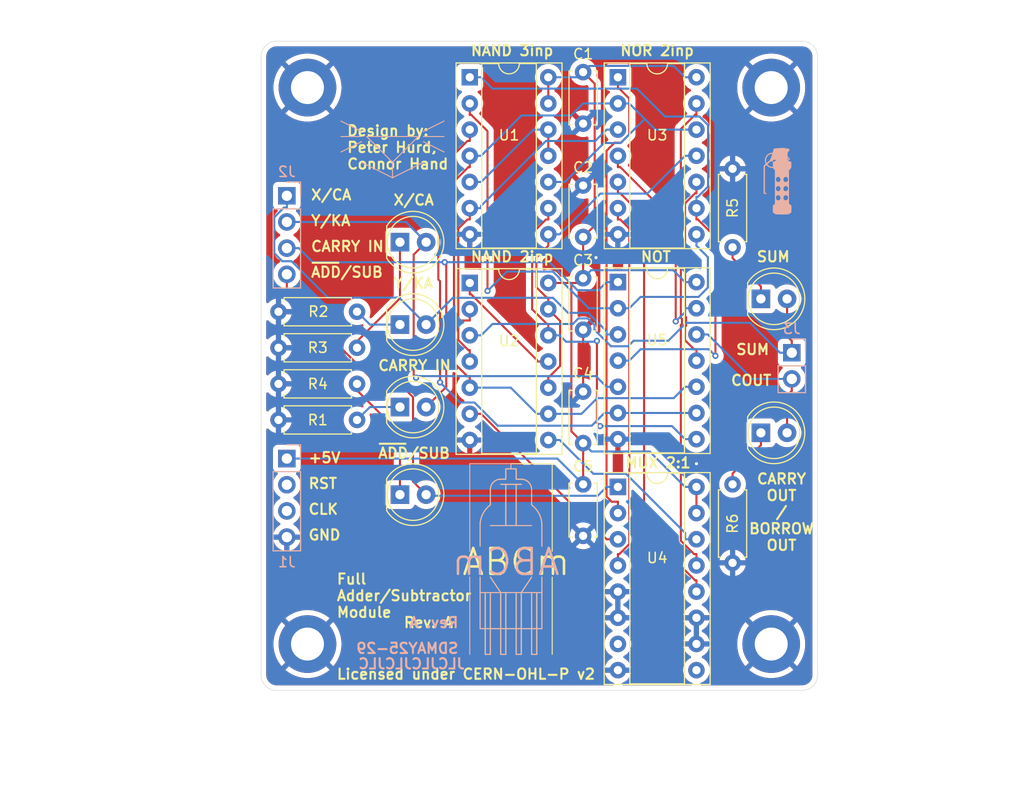
<source format=kicad_pcb>
(kicad_pcb (version 20240108) (generator "pcbnew") (generator_version "8.0")
  (layers (0 "F.Cu" signal) (31 "B.Cu" signal) (34 "B.Paste" user) (35 "F.Paste" user) (36 "B.SilkS" user "B.Silkscreen") (37 "F.SilkS" user "F.Silkscreen") (38 "B.Mask" user) (39 "F.Mask" user) (44 "Edge.Cuts" user))
  (net 0 "")
  (net 1 "Net-(U1-1A)")
  (net 2 "Net-(U1-1B)")
  (net 3 "Net-(U1-2B)")
  (net 4 "Net-(U1-3A)")
  (net 5 "Net-(U1-1Y)")
  (net 6 "+5V")
  (net 7 "Net-(U1-2Y)")
  (net 8 "Net-(U1-3Y)")
  (net 9 "Net-(U1-2A)")
  (net 10 "Net-(U2-1A)")
  (net 11 "Net-(U2-3Y)")
  (net 12 "Net-(U2-2Y)")
  (net 13 "Net-(U3-3Y)")
  (net 14 "Net-(U3-1Y)")
  (net 15 "Net-(U3-2Y)")
  (net 16 "Net-(U3-4Y)")
  (net 17 "Net-(U3-2B)")
  (net 18 "Net-(U3-2A)")
  (net 21 "GND")
  (net 22 "CARRY")
  (net 23 "KA")
  (net 24 "CA")
  (net 25 "ADD{slash}SUB")
  (net 26 "SUM")
  (net 27 "COUT")
  (net 28 "CLK")
  (net 29 "RST")
  (net 30 "Net-(D1-K)")
  (net 31 "Net-(D2-K)")
  (net 32 "Net-(D3-K)")
  (net 33 "Net-(D4-K)")
  (net 34 "Net-(D5-K)")
  (net 35 "Net-(D6-K)")
  (footprint "MountingHole:MountingHole_3.2mm_M3_DIN965_Pad" (layer "F.Cu") (at 100.25 121)
    (property "Reference" "H3" (hide yes))
    (property "Value" "MountingHole_Pad")
  )
  (footprint "Resistor_THT:R_Axial_DIN0207_L6.3mm_D2.5mm_P7.62mm_Horizontal" (layer "F.Cu") (at 105.06 88.75 180)
    (property "Reference" "R2")
    (property "Value" "330")
  )
  (footprint "MountingHole:MountingHole_3.2mm_M3_DIN965_Pad" (layer "F.Cu") (at 145.25 121)
    (property "Reference" "H4" (hide yes))
    (property "Value" "MountingHole_Pad")
  )
  (footprint "0_add_sub:logo" (layer "F.Cu") (at 120 112)
    (property "Reference" "Logo1" (hide yes))
    (property "Value" "logo")
  )
  (footprint "Capacitor_THT:C_Disc_D5.0mm_W2.5mm_P5.00mm" (layer "F.Cu") (at 127 101.5 90)
    (property "Reference" "C4")
    (property "Value" "0.1 uF")
  )
  (footprint "Resistor_THT:R_Axial_DIN0207_L6.3mm_D2.5mm_P7.62mm_Horizontal" (layer "F.Cu") (at 105.06 95.75 180)
    (property "Reference" "R4")
    (property "Value" "330")
  )
  (footprint "Resistor_THT:R_Axial_DIN0207_L6.3mm_D2.5mm_P7.62mm_Horizontal" (layer "F.Cu") (at 105.06 92.25 180)
    (property "Reference" "R3")
    (property "Value" "330")
  )
  (footprint "Resistor_THT:R_Axial_DIN0207_L6.3mm_D2.5mm_P7.62mm_Horizontal" (layer "F.Cu") (at 141.5 82.5 90)
    (property "Reference" "R5")
    (property "Value" "330")
  )
  (footprint "Package_DIP:DIP-16_W7.62mm_Socket" (layer "F.Cu") (at 130.375 105.75)
    (property "Reference" "U4")
    (property "Value" "IC-16P")
  )
  (footprint "MountingHole:MountingHole_3.2mm_M3_DIN965_Pad" (layer "F.Cu") (at 100.25 67)
    (property "Reference" "H1" (hide yes))
    (property "Value" "MountingHole_Pad")
  )
  (footprint "Capacitor_THT:C_Disc_D5.0mm_W2.5mm_P5.00mm" (layer "F.Cu") (at 127 81.5 90)
    (property "Reference" "C2")
    (property "Value" "0.1 uF")
  )
  (footprint "LED_THT:LED_D5.0mm" (layer "F.Cu") (at 109.225 82)
    (property "Reference" "D3" (hide yes))
    (property "Value" "D")
  )
  (footprint "Package_DIP:DIP-14_W7.62mm_Socket" (layer "F.Cu") (at 116 66)
    (property "Reference" "U1")
    (property "Value" "IC-14P")
  )
  (footprint "LED_THT:LED_D5.0mm" (layer "F.Cu") (at 109.225 106.5)
    (property "Reference" "D4" (hide yes))
    (property "Value" "D")
  )
  (footprint "Capacitor_THT:C_Disc_D5.0mm_W2.5mm_P5.00mm" (layer "F.Cu") (at 127 85.5 -90)
    (property "Reference" "C3")
    (property "Value" "0.1 uF")
  )
  (footprint "MountingHole:MountingHole_3.2mm_M3_DIN965_Pad" (layer "F.Cu") (at 145.25 67)
    (property "Reference" "H2" (hide yes))
    (property "Value" "MountingHole_Pad")
  )
  (footprint "Package_DIP:DIP-14_W7.62mm_Socket" (layer "F.Cu") (at 116 85.96)
    (property "Reference" "U2")
    (property "Value" "IC-14P")
  )
  (footprint "Package_DIP:DIP-14_W7.62mm_Socket" (layer "F.Cu") (at 130.375 66)
    (property "Reference" "U3")
    (property "Value" "IC-14P")
  )
  (footprint "Resistor_THT:R_Axial_DIN0207_L6.3mm_D2.5mm_P7.62mm_Horizontal" (layer "F.Cu") (at 141.5 105.5 -90)
    (property "Reference" "R6")
    (property "Value" "330")
  )
  (footprint "LED_THT:LED_D5.0mm" (layer "F.Cu") (at 144.25 100.5)
    (property "Reference" "D6" (hide yes))
    (property "Value" "D")
  )
  (footprint "Package_DIP:DIP-14_W7.62mm_Socket" (layer "F.Cu") (at 130.375 85.875)
    (property "Reference" "U5")
    (property "Value" "IC-14P")
  )
  (footprint "LED_THT:LED_D5.0mm" (layer "F.Cu") (at 109.225 90)
    (property "Reference" "D2" (hide yes))
    (property "Value" "D")
  )
  (footprint "LED_THT:LED_D5.0mm" (layer "F.Cu") (at 144.25 87.5)
    (property "Reference" "D5" (hide yes))
    (property "Value" "D")
  )
  (footprint "LED_THT:LED_D5.0mm" (layer "F.Cu") (at 109.225 98)
    (property "Reference" "D1" (hide yes))
    (property "Value" "D")
  )
  (footprint "Capacitor_THT:C_Disc_D5.0mm_W2.5mm_P5.00mm" (layer "F.Cu") (at 127 65.5 -90)
    (property "Reference" "C1")
    (property "Value" "0.1 uF")
  )
  (footprint "Resistor_THT:R_Axial_DIN0207_L6.3mm_D2.5mm_P7.62mm_Horizontal" (layer "F.Cu") (at 105.06 99.25 180)
    (property "Reference" "R1")
    (property "Value" "330")
  )
  (footprint "Capacitor_THT:C_Disc_D5.0mm_W2.5mm_P5.00mm" (layer "F.Cu") (at 127 105.5 -90)
    (property "Reference" "C5")
    (property "Value" "0.1 uF")
  )
  (footprint "Connector_PinHeader_2.54mm:PinHeader_1x04_P2.54mm_Vertical" (layer "B.Cu") (at 98.25 103 180)
    (property "Reference" "J1")
    (property "Value" "Conn_01x04_Pin")
  )
  (footprint "Connector_PinHeader_2.54mm:PinHeader_1x02_P2.54mm_Vertical" (layer "B.Cu") (at 147.25 92.73 180)
    (property "Reference" "J3")
    (property "Value" "Conn_01x02_Pin")
  )
  (footprint "Connector_PinHeader_2.54mm:PinHeader_1x04_P2.54mm_Vertical" (layer "B.Cu") (at 98.25 77.5 180)
    (property "Reference" "J2")
    (property "Value" "Conn_01x04_Pin")
  )
  (footprint "0_add_sub:hand_mark" (layer "B.Cu") (at 146 76 180)
    (property "Reference" "G***" (hide yes))
    (property "Value" "LOGO" (hide yes))
  )
  (footprint "0_add_sub:logo" (layer "B.Cu") (at 120 112 180)
    (property "Reference" "Logo2" (hide yes))
    (property "Value" "logo")
  )
  (footprint "0_add_sub:hurd_mark" (layer "B.Cu") (at 108.5 74.25 180)
    (property "Reference" "REF**" (hide yes))
    (property "Value" "hurd_mark")
  )
  (gr_line (start 107.262 101.56) (end 109.762 101.56) (stroke (width 0.2)) (layer "F.SilkS"))
  (gr_line (start 100.75 84) (end 103.25 84) (stroke (width 0.2)) (layer "F.SilkS"))
  (gr_arc (start 95.75 64) (mid 96.18934 62.93934) (end 97.25 62.5) (stroke (width 0.05)) (layer "Edge.Cuts"))
  (gr_line (start 95.75 124) (end 95.75 64) (stroke (width 0.05)) (layer "Edge.Cuts"))
  (gr_line (start 97.25 62.5) (end 148.25 62.5) (stroke (width 0.05)) (layer "Edge.Cuts"))
  (gr_arc (start 148.25 62.5) (mid 149.31066 62.93934) (end 149.75 64) (stroke (width 0.05)) (layer "Edge.Cuts"))
  (gr_line (start 148.25 125.5) (end 97.25 125.5) (stroke (width 0.05)) (layer "Edge.Cuts"))
  (gr_arc (start 149.75 124) (mid 149.31066 125.06066) (end 148.25 125.5) (stroke (width 0.05)) (layer "Edge.Cuts"))
  (gr_arc (start 97.25 125.5) (mid 96.18934 125.06066) (end 95.75 124) (stroke (width 0.05)) (layer "Edge.Cuts"))
  (gr_line (start 149.75 64) (end 149.75 124) (stroke (width 0.05)) (layer "Edge.Cuts"))
  (gr_text "JLCJLCJLCJLC" (at 115.63 123.5 0) (layer "B.SilkS") (effects (font (size 1 1) (thickness 0.2) (bold yes)) (justify left bottom mirror)))
  (gr_text "Rev. A" (at 115 119.5 0) (layer "B.SilkS") (effects (font (size 1 1) (thickness 0.2) (bold yes)) (justify left bottom mirror)))
  (gr_text "SDMAY25-29" (at 115 122 0) (layer "B.SilkS") (effects (font (size 1 1) (thickness 0.2) (bold yes)) (justify left bottom mirror)))
  (gr_text "GND" (at 100.25 111 0) (layer "F.SilkS") (effects (font (size 1 1) (thickness 0.2) (bold yes)) (justify left bottom)))
  (gr_text "NOT" (at 132.5 84 0) (layer "F.SilkS") (effects (font (size 1 1) (thickness 0.2) (bold yes)) (justify left bottom)))
  (gr_text "Design by: \nPeter Hurd,\nConnor Hand" (at 104 75 0) (layer "F.SilkS") (effects (font (size 1 1) (thickness 0.2) (bold yes)) (justify left bottom)))
  (gr_text "CARRY\nOUT\n/\nBORROW\nOUT" (at 146.25 112 0) (layer "F.SilkS") (effects (font (size 1 1) (thickness 0.2) (bold yes)) (justify bottom)))
  (gr_text "COUT" (at 141.25 96 0) (layer "F.SilkS") (effects (font (size 1 1) (thickness 0.2) (bold yes)) (justify left bottom)))
  (gr_text "NOR 2inp" (at 130.5 64 0) (layer "F.SilkS") (effects (font (size 1 1) (thickness 0.2) (bold yes)) (justify left bottom)))
  (gr_text "CLK" (at 100.25 108.5 0) (layer "F.SilkS") (effects (font (size 1 1) (thickness 0.2) (bold yes)) (justify left bottom)))
  (gr_text "Licensed under CERN-OHL-P v2" (at 103 124.5 0) (layer "F.SilkS") (effects (font (size 1 1) (thickness 0.2) (bold yes)) (justify left bottom)))
  (gr_text "SUM" (at 143.75 84 0) (layer "F.SilkS") (effects (font (size 1 1) (thickness 0.2) (bold yes)) (justify left bottom)))
  (gr_text "ADD/SUB" (at 107.012 103.06 0) (layer "F.SilkS") (effects (font (size 1 1) (thickness 0.2) (bold yes)) (justify left bottom)))
  (gr_text "CARRY IN" (at 100.5 83 0) (layer "F.SilkS") (effects (font (size 1 1) (thickness 0.2) (bold yes)) (justify left bottom)))
  (gr_text "NAND 3inp" (at 116 64 0) (layer "F.SilkS") (effects (font (size 1 1) (thickness 0.2) (bold yes)) (justify left bottom)))
  (gr_text "Rev. A" (at 109.5 119.5 0) (layer "F.SilkS") (effects (font (size 1 1) (thickness 0.2) (bold yes)) (justify left bottom)))
  (gr_text "Full \nAdder/Subtractor \nModule" (at 103 118.5 0) (layer "F.SilkS") (effects (font (size 1 1) (thickness 0.2) (bold yes)) (justify left bottom)))
  (gr_text "X/CA" (at 100.5 78 0) (layer "F.SilkS") (effects (font (size 1 1) (thickness 0.2) (bold yes)) (justify left bottom)))
  (gr_text "+5V" (at 100.25 103.5 0) (layer "F.SilkS") (effects (font (size 1 1) (thickness 0.2) (bold yes)) (justify left bottom)))
  (gr_text "SUM" (at 141.75 93 0) (layer "F.SilkS") (effects (font (size 1 1) (thickness 0.2) (bold yes)) (justify left bottom)))
  (gr_text "Y/KA" (at 100.5 80.5 0) (layer "F.SilkS") (effects (font (size 1 1) (thickness 0.2) (bold yes)) (justify left bottom)))
  (gr_text "NAND 2inp" (at 116 84 0) (layer "F.SilkS") (effects (font (size 1 1) (thickness 0.2) (bold yes)) (justify left bottom)))
  (gr_text "X/CA" (at 108.5 78.5 0) (layer "F.SilkS") (effects (font (size 1 1) (thickness 0.2) (bold yes)) (justify left bottom)))
  (gr_text "Y/KA" (at 108.512 86.56 0) (layer "F.SilkS") (effects (font (size 1 1) (thickness 0.2) (bold yes)) (justify left bottom)))
  (gr_text "ADD/SUB" (at 100.5 85.5 0) (layer "F.SilkS") (effects (font (size 1 1) (thickness 0.2) (bold yes)) (justify left bottom)))
  (gr_text "CARRY IN" (at 107.012 94.56 0) (layer "F.SilkS") (effects (font (size 1 1) (thickness 0.2) (bold yes)) (justify left bottom)))
  (gr_text "MUX 2:1" (at 131 104 0) (layer "F.SilkS") (effects (font (size 1 1) (thickness 0.2) (bold yes)) (justify left bottom)))
  (gr_text "RST" (at 100.25 106 0) (layer "F.SilkS") (effects (font (size 1 1) (thickness 0.2) (bold yes)) (justify left bottom)))
  (segment (start 137.995 79.8017) (end 138.1327 79.8017) (width 0.2) (layer "F.Cu") (net 1))
  (segment (start 139.8376 81.5066) (end 139.8376 93.0265) (width 0.2) (layer "F.Cu") (net 1))
  (segment (start 137.995 78.7) (end 137.995 79.8017) (width 0.2) (layer "F.Cu") (net 1))
  (segment (start 138.1327 79.8017) (end 139.8376 81.5066) (width 0.2) (layer "F.Cu") (net 1))
  (via (at 139.8376 93.0265) (size 0.6) (drill 0.3) (layers "F.Cu" "B.Cu") (net 1))
  (segment (start 132.5835 92.3882) (end 131.4767 93.495) (width 0.2) (layer "B.Cu") (net 1))
  (segment (start 134.9367 69.81) (end 132.2284 67.1017) (width 0.2) (layer "B.Cu") (net 1))
  (segment (start 138.1327 77.5983) (end 139.1256 76.6054) (width 0.2) (layer "B.Cu") (net 1))
  (segment (start 130.375 93.495) (end 131.4767 93.495) (width 0.2) (layer "B.Cu") (net 1))
  (segment (start 139.1256 70.6455) (end 138.2901 69.81) (width 0.2) (layer "B.Cu") (net 1))
  (segment (start 137.995 78.7) (end 137.995 77.5983) (width 0.2) (layer "B.Cu") (net 1))
  (segment (start 139.1256 76.6054) (end 139.1256 70.6455) (width 0.2) (layer "B.Cu") (net 1))
  (segment (start 118.2034 67.1017) (end 117.1017 66) (width 0.2) (layer "B.Cu") (net 1))
  (segment (start 116 66) (end 117.1017 66) (width 0.2) (layer "B.Cu") (net 1))
  (segment (start 137.995 77.5983) (end 138.1327 77.5983) (width 0.2) (layer "B.Cu") (net 1))
  (segment (start 139.8376 93.0265) (end 139.1993 92.3882) (width 0.2) (layer "B.Cu") (net 1))
  (segment (start 132.2284 67.1017) (end 118.2034 67.1017) (width 0.2) (layer "B.Cu") (net 1))
  (segment (start 139.1993 92.3882) (end 132.5835 92.3882) (width 0.2) (layer "B.Cu") (net 1))
  (segment (start 138.2901 69.81) (end 134.9367 69.81) (width 0.2) (layer "B.Cu") (net 1))
  (segment (start 116 68.54) (end 116 69.6417) (width 0.2) (layer "F.Cu") (net 2))
  (segment (start 116.1377 69.6417) (end 117.7197 71.2237) (width 0.2) (layer "F.Cu") (net 2))
  (segment (start 116 69.6417) (end 116.1377 69.6417) (width 0.2) (layer "F.Cu") (net 2))
  (segment (start 117.7197 71.2237) (end 117.7197 86.7333) (width 0.2) (layer "F.Cu") (net 2))
  (via (at 117.7197 86.7333) (size 0.6) (drill 0.3) (layers "F.Cu" "B.Cu") (net 2))
  (segment (start 124.0764 84.8583) (end 119.5947 84.8583) (width 0.2) (layer "B.Cu") (net 2))
  (segment (start 137.995 81.24) (end 137.995 82.3417) (width 0.2) (layer "B.Cu") (net 2))
  (segment (start 139.1062 83.4529) (end 137.995 82.3417) (width 0.2) (layer "B.Cu") (net 2))
  (segment (start 124.7217 85.5036) (end 124.0764 84.8583) (width 0.2) (layer "B.Cu") (net 2))
  (segment (start 129.2733 88.415) (end 127.5539 88.415) (width 0.2) (layer "B.Cu") (net 2))
  (segment (start 119.5947 84.8583) (end 117.7197 86.7333) (width 0.2) (layer "B.Cu") (net 2))
  (segment (start 130.375 88.415) (end 129.2733 88.415) (width 0.2) (layer "B.Cu") (net 2))
  (segment (start 124.7217 85.5828) (end 124.7217 85.5036) (width 0.2) (layer "B.Cu") (net 2))
  (segment (start 132.5784 87.3133) (end 138.2008 87.3133) (width 0.2) (layer "B.Cu") (net 2))
  (segment (start 130.375 88.415) (end 131.4767 88.415) (width 0.2) (layer "B.Cu") (net 2))
  (segment (start 131.4767 88.415) (end 132.5784 87.3133) (width 0.2) (layer "B.Cu") (net 2))
  (segment (start 138.2008 87.3133) (end 139.1062 86.4079) (width 0.2) (layer "B.Cu") (net 2))
  (segment (start 139.1062 86.4079) (end 139.1062 83.4529) (width 0.2) (layer "B.Cu") (net 2))
  (segment (start 127.5539 88.415) (end 124.7217 85.5828) (width 0.2) (layer "B.Cu") (net 2))
  (segment (start 115.7717 95.0183) (end 116 95.0183) (width 0.2) (layer "F.Cu") (net 3))
  (segment (start 116 96.12) (end 116 95.0183) (width 0.2) (layer "F.Cu") (net 3))
  (segment (start 116 73.62) (end 116 74.7217) (width 0.2) (layer "F.Cu") (net 3))
  (segment (start 115.8623 74.7217) (end 114.4652 76.1188) (width 0.2) (layer "F.Cu") (net 3))
  (segment (start 116 74.7217) (end 115.8623 74.7217) (width 0.2) (layer "F.Cu") (net 3))
  (segment (start 114.4652 93.7118) (end 115.7717 95.0183) (width 0.2) (layer "F.Cu") (net 3))
  (segment (start 114.4652 76.1188) (end 114.4652 93.7118) (width 0.2) (layer "F.Cu") (net 3))
  (segment (start 128.359 97.1367) (end 126.8357 98.66) (width 0.2) (layer "B.Cu") (net 3))
  (segment (start 130.9259 68.54) (end 130.375 68.54) (width 0.2) (layer "B.Cu") (net 3))
  (segment (start 130.375 68.54) (end 127 68.54) (width 0.2) (layer "B.Cu") (net 3))
  (segment (start 116 73.62) (end 117.1017 73.62) (width 0.2) (layer "B.Cu") (net 3))
  (segment (start 127 68.54) (end 125.8322 69.7078) (width 0.2) (layer "B.Cu") (net 3))
  (segment (start 132.9767 70.0399) (end 134.0167 71.08) (width 0.2) (layer "B.Cu") (net 3))
  (segment (start 125.2388 76.16) (end 123.62 76.16) (width 0.2) (layer "B.Cu") (net 3))
  (segment (start 129.0171 72.3817) (end 125.2388 76.16) (width 0.2) (layer "B.Cu") (net 3))
  (segment (start 130.9259 68.54) (end 131.4767 68.54) (width 0.2) (layer "B.Cu") (net 3))
  (segment (start 119.9783 96.12) (end 116 96.12) (width 0.2) (layer "B.Cu") (net 3))
  (segment (start 136.8933 96.035) (end 135.7916 97.1367) (width 0.2) (layer "B.Cu") (net 3))
  (segment (start 137.995 96.035) (end 136.8933 96.035) (width 0.2) (layer "B.Cu") (net 3))
  (segment (start 131.4767 68.54) (end 132.9767 70.0399) (width 0.2) (layer "B.Cu") (net 3))
  (segment (start 134.0167 71.08) (end 137.995 71.08) (width 0.2) (layer "B.Cu") (net 3))
  (segment (start 125.8322 69.7078) (end 121.0139 69.7078) (width 0.2) (layer "B.Cu") (net 3))
  (segment (start 126.8357 98.66) (end 123.62 98.66) (width 0.2) (layer "B.Cu") (net 3))
  (segment (start 132.9767 70.0399) (end 130.6349 72.3817) (width 0.2) (layer "B.Cu") (net 3))
  (segment (start 135.7916 97.1367) (end 128.359 97.1367) (width 0.2) (layer "B.Cu") (net 3))
  (segment (start 130.6349 72.3817) (end 129.0171 72.3817) (width 0.2) (layer "B.Cu") (net 3))
  (segment (start 123.62 98.66) (end 122.5183 98.66) (width 0.2) (layer "B.Cu") (net 3))
  (segment (start 122.5183 98.66) (end 119.9783 96.12) (width 0.2) (layer "B.Cu") (net 3))
  (segment (start 121.0139 69.7078) (end 117.1017 73.62) (width 0.2) (layer "B.Cu") (net 3))
  (segment (start 122.0532 88.5092) (end 122.0532 81.1402) (width 0.2) (layer "F.Cu") (net 4))
  (segment (start 123.4823 89.9383) (end 122.0532 88.5092) (width 0.2) (layer "F.Cu") (net 4))
  (segment (start 128.6469 99.8477) (end 128.3388 99.5396) (width 0.2) (layer "F.Cu") (net 4))
  (segment (start 123.62 89.9383) (end 123.4823 89.9383) (width 0.2) (layer "F.Cu") (net 4))
  (segment (start 123.3917 79.8017) (end 123.62 79.8017) (width 0.2) (layer "F.Cu") (net 4))
  (segment (start 128.3388 99.5396) (end 128.3388 91.5843) (width 0.2) (layer "F.Cu") (net 4))
  (segment (start 122.0532 81.1402) (end 123.3917 79.8017) (width 0.2) (layer "F.Cu") (net 4))
  (segment (start 123.62 78.7) (end 123.62 79.8017) (width 0.2) (layer "F.Cu") (net 4))
  (segment (start 123.62 91.04) (end 123.62 89.9383) (width 0.2) (layer "F.Cu") (net 4))
  (via (at 128.6469 99.8477) (size 0.6) (drill 0.3) (layers "F.Cu" "B.Cu") (net 4))
  (via (at 128.3388 91.5843) (size 0.6) (drill 0.3) (layers "F.Cu" "B.Cu") (net 4))
  (segment (start 136.8933 101.115) (end 135.626 99.8477) (width 0.2) (layer "B.Cu") (net 4))
  (segment (start 125.3449 91.6632) (end 124.7217 91.04) (width 0.2) (layer "B.Cu") (net 4))
  (segment (start 128.2599 91.6632) (end 125.3449 91.6632) (width 0.2) (layer "B.Cu") (net 4))
  (segment (start 123.62 91.04) (end 124.7217 91.04) (width 0.2) (layer "B.Cu") (net 4))
  (segment (start 137.995 101.115) (end 136.8933 101.115) (width 0.2) (layer "B.Cu") (net 4))
  (segment (start 135.626 99.8477) (end 128.6469 99.8477) (width 0.2) (layer "B.Cu") (net 4))
  (segment (start 128.3388 91.5843) (end 128.2599 91.6632) (width 0.2) (layer "B.Cu") (net 4))
  (segment (start 123.62 71.08) (end 123.62 73.62) (width 0.2) (layer "F.Cu") (net 5))
  (segment (start 116 76.16) (end 117.1017 76.16) (width 0.2) (layer "B.Cu") (net 5))
  (segment (start 123.62 71.08) (end 122.1817 71.08) (width 0.2) (layer "B.Cu") (net 5))
  (segment (start 122.1817 71.08) (end 117.1017 76.16) (width 0.2) (layer "B.Cu") (net 5))
  (segment (start 123.62 85.96) (end 125.86 85.96) (width 0.2) (layer "F.Cu") (net 6))
  (segment (start 128.1212 80.3788) (end 127 81.5) (width 0.2) (layer "F.Cu") (net 6))
  (segment (start 125.86 100.36) (end 127 101.5) (width 0.2) (layer "F.Cu") (net 6))
  (segment (start 137.995 105.75) (end 137.995 108.29) (width 0.2) (layer "F.Cu") (net 6))
  (segment (start 127 85.5) (end 127 81.5) (width 0.2) (layer "F.Cu") (net 6))
  (segment (start 125.86 85.96) (end 126.54 85.96) (width 0.2) (layer "F.Cu") (net 6))
  (segment (start 128.1212 66.6212) (end 128.1212 80.3788) (width 0.2) (layer "F.Cu") (net 6))
  (segment (start 127 65.5) (end 128.1212 66.6212) (width 0.2) (layer "F.Cu") (net 6))
  (segment (start 125.86 85.96) (end 125.86 100.36) (width 0.2) (layer "F.Cu") (net 6))
  (segment (start 127 105.5) (end 127 101.5) (width 0.2) (layer "F.Cu") (net 6))
  (segment (start 123.62 66) (end 123.62 68.54) (width 0.2) (layer "F.Cu") (net 6))
  (segment (start 126.54 85.96) (end 127 85.5) (width 0.2) (layer "F.Cu") (net 6))
  (segment (start 123.62 66) (end 126.5 66) (width 0.2) (layer "B.Cu") (net 6))
  (segment (start 136.8933 85.875) (end 135.7407 84.7224) (width 0.2) (layer "B.Cu") (net 6))
  (segment (start 126.5 66) (end 127 65.5) (width 0.2) (layer "B.Cu") (net 6))
  (segment (start 127 105.5) (end 124.5 103) (width 0.2) (layer "B.Cu") (net 6))
  (segment (start 135.7407 84.7224) (end 127.7776 84.7224) (width 0.2) (layer "B.Cu") (net 6))
  (segment (start 137.995 105.75) (end 136.8933 105.75) (width 0.2) (layer "B.Cu") (net 6))
  (segment (start 135.7916 64.8983) (end 127.6017 64.8983) (width 0.2) (layer "B.Cu") (net 6))
  (segment (start 124.5 103) (end 98.25 103) (width 0.2) (layer "B.Cu") (net 6))
  (segment (start 136.8933 105.75) (end 133.4541 102.3108) (width 0.2) (layer "B.Cu") (net 6))
  (segment (start 127.6017 64.8983) (end 127 65.5) (width 0.2) (layer "B.Cu") (net 6))
  (segment (start 127.8108 102.3108) (end 127 101.5) (width 0.2) (layer "B.Cu") (net 6))
  (segment (start 133.4541 102.3108) (end 127.8108 102.3108) (width 0.2) (layer "B.Cu") (net 6))
  (segment (start 137.995 66) (end 136.8933 66) (width 0.2) (layer "B.Cu") (net 6))
  (segment (start 127.7776 84.7224) (end 127 85.5) (width 0.2) (layer "B.Cu") (net 6))
  (segment (start 136.8933 66) (end 135.7916 64.8983) (width 0.2) (layer "B.Cu") (net 6))
  (segment (start 137.995 85.875) (end 136.8933 85.875) (width 0.2) (layer "B.Cu") (net 6))
  (segment (start 114.8866 91.5026) (end 114.8866 89.6017) (width 0.2) (layer "F.Cu") (net 7))
  (segment (start 116 93.58) (end 116 92.4783) (width 0.2) (layer "F.Cu") (net 7))
  (segment (start 114.8866 80.6868) (end 115.7717 79.8017) (width 0.2) (layer "F.Cu") (net 7))
  (segment (start 114.8866 89.6017) (end 114.8866 80.6868) (width 0.2) (layer "F.Cu") (net 7))
  (segment (start 115.7717 79.8017) (end 116 79.8017) (width 0.2) (layer "F.Cu") (net 7))
  (segment (start 116 92.4783) (end 115.8623 92.4783) (width 0.2) (layer "F.Cu") (net 7))
  (segment (start 116 78.7) (end 116 79.8017) (width 0.2) (layer "F.Cu") (net 7))
  (segment (start 116 88.5) (end 116 89.6017) (width 0.2) (layer "F.Cu") (net 7))
  (segment (start 114.8866 89.6017) (end 116 89.6017) (width 0.2) (layer "F.Cu") (net 7))
  (segment (start 115.8623 92.4783) (end 114.8866 91.5026) (width 0.2) (layer "F.Cu") (net 7))
  (segment (start 116 78.7) (end 117.1017 78.7) (width 0.2) (layer "B.Cu") (net 7))
  (segment (start 130.375 71.08) (end 129.2733 71.08) (width 0.2) (layer "B.Cu") (net 7))
  (segment (start 117.1017 78.4717) (end 117.1017 78.7) (width 0.2) (layer "B.Cu") (net 7))
  (segment (start 128.1716 72.1817) (end 123.3917 72.1817) (width 0.2) (layer "B.Cu") (net 7))
  (segment (start 129.2733 71.08) (end 128.1716 72.1817) (width 0.2) (layer "B.Cu") (net 7))
  (segment (start 123.3917 72.1817) (end 117.1017 78.4717) (width 0.2) (layer "B.Cu") (net 7))
  (segment (start 124.7676 89.6476) (end 124.7676 94.0084) (width 0.2) (layer "F.Cu") (net 8))
  (segment (start 122.4637 83.498) (end 123.62 82.3417) (width 0.2) (layer "F.Cu") (net 8))
  (segment (start 123.62 87.3983) (end 123.4823 87.3983) (width 0.2) (layer "F.Cu") (net 8))
  (segment (start 124.7676 94.0084) (end 123.7577 95.0183) (width 0.2) (layer "F.Cu") (net 8))
  (segment (start 123.62 88.5) (end 123.62 87.3983) (width 0.2) (layer "F.Cu") (net 8))
  (segment (start 123.62 88.5) (end 124.7676 89.6476) (width 0.2) (layer "F.Cu") (net 8))
  (segment (start 123.62 81.24) (end 123.62 82.3417) (width 0.2) (layer "F.Cu") (net 8))
  (segment (start 123.7577 95.0183) (end 123.62 95.0183) (width 0.2) (layer "F.Cu") (net 8))
  (segment (start 123.62 96.12) (end 123.62 95.0183) (width 0.2) (layer "F.Cu") (net 8))
  (segment (start 122.4637 86.3797) (end 122.4637 83.498) (width 0.2) (layer "F.Cu") (net 8))
  (segment (start 123.4823 87.3983) (end 122.4637 86.3797) (width 0.2) (layer "F.Cu") (net 8))
  (segment (start 137.995 73.62) (end 136.8933 73.62) (width 0.2) (layer "B.Cu") (net 8))
  (segment (start 123.62 81.24) (end 124.7217 81.24) (width 0.2) (layer "B.Cu") (net 8))
  (segment (start 136.8933 73.62) (end 133.2249 77.2884) (width 0.2) (layer "B.Cu") (net 8))
  (segment (start 133.2249 77.2884) (end 128.6733 77.2884) (width 0.2) (layer "B.Cu") (net 8))
  (segment (start 128.6733 77.2884) (end 124.7217 81.24) (width 0.2) (layer "B.Cu") (net 8))
  (segment (start 115.7717 72.1817) (end 116 72.1817) (width 0.2) (layer "F.Cu") (net 9))
  (segment (start 112.9491 85.6191) (end 112.9491 83.1196) (width 0.2) (layer "F.Cu") (net 9))
  (segment (start 116 71.08) (end 116 72.1817) (width 0.2) (layer "F.Cu") (net 9))
  (segment (start 113.116 95.6016) (end 113.116 85.786) (width 0.2) (layer "F.Cu") (net 9))
  (segment (start 113.0041 74.9493) (end 115.7717 72.1817) (width 0.2) (layer "F.Cu") (net 9))
  (segment (start 113.0041 83.0646) (end 113.0041 74.9493) (width 0.2) (layer "F.Cu") (net 9))
  (segment (start 113.116 85.786) (end 112.9491 85.6191) (width 0.2) (layer "F.Cu") (net 9))
  (segment (start 112.9491 83.1196) (end 113.0041 83.0646) (width 0.2) (layer "F.Cu") (net 9))
  (via (at 113.116 95.6016) (size 0.6) (drill 0.3) (layers "F.Cu" "B.Cu") (net 9))
  (segment (start 118.7076 99.8095) (end 116.4564 97.5583) (width 0.2) (layer "B.Cu") (net 9))
  (segment (start 116.4564 97.5583) (end 115.0727 97.5583) (width 0.2) (layer "B.Cu") (net 9))
  (segment (start 129.2733 98.575) (end 129.0688 98.575) (width 0.2) (layer "B.Cu") (net 9))
  (segment (start 137.995 98.575) (end 130.375 98.575) (width 0.2) (layer "B.Cu") (net 9))
  (segment (start 130.375 98.575) (end 129.2733 98.575) (width 0.2) (layer "B.Cu") (net 9))
  (segment (start 127.8343 99.8095) (end 118.7076 99.8095) (width 0.2) (layer "B.Cu") (net 9))
  (segment (start 129.0688 98.575) (end 127.8343 99.8095) (width 0.2) (layer "B.Cu") (net 9))
  (segment (start 115.0727 97.5583) (end 113.116 95.6016) (width 0.2) (layer "B.Cu") (net 9))
  (segment (start 122.5183 93.58) (end 122.5183 93.4423) (width 0.2) (layer "F.Cu") (net 10))
  (segment (start 123.62 93.58) (end 122.5183 93.58) (width 0.2) (layer "F.Cu") (net 10))
  (segment (start 122.5183 93.4423) (end 116.1377 87.0617) (width 0.2) (layer "F.Cu") (net 10))
  (segment (start 116 85.96) (end 116 87.0617) (width 0.2) (layer "F.Cu") (net 10))
  (segment (start 116.1377 87.0617) (end 116 87.0617) (width 0.2) (layer "F.Cu") (net 10))
  (segment (start 127.9999 104.4782) (end 131.1595 104.4782) (width 0.2) (layer "B.Cu") (net 11))
  (segment (start 123.62 101.2) (end 124.7217 101.2) (width 0.2) (layer "B.Cu") (net 11))
  (segment (start 136.8933 110.212) (end 136.8933 110.83) (width 0.2) (layer "B.Cu") (net 11))
  (segment (start 131.1595 104.4782) (end 136.8933 110.212) (width 0.2) (layer "B.Cu") (net 11))
  (segment (start 137.995 110.83) (end 136.8933 110.83) (width 0.2) (layer "B.Cu") (net 11))
  (segment (start 124.7217 101.2) (end 127.9999 104.4782) (width 0.2) (layer "B.Cu") (net 11))
  (segment (start 130.375 110.83) (end 129.2733 110.83) (width 0.2) (layer "F.Cu") (net 12))
  (segment (start 117.1033 98.66) (end 129.2733 110.83) (width 0.2) (layer "F.Cu") (net 12))
  (segment (start 116 98.66) (end 117.1033 98.66) (width 0.2) (layer "F.Cu") (net 12))
  (segment (start 136.9878 89.2745) (end 136.8897 89.1764) (width 0.2) (layer "F.Cu") (net 13))
  (segment (start 136.9878 90.1055) (end 136.9878 89.2745) (width 0.2) (layer "F.Cu") (net 13))
  (segment (start 137.995 92.3933) (end 137.7667 92.3933) (width 0.2) (layer "F.Cu") (net 13))
  (segment (start 136.8897 78.2293) (end 137.8573 77.2617) (width 0.2) (layer "F.Cu") (net 13))
  (segment (start 137.8573 77.2617) (end 137.995 77.2617) (width 0.2) (layer "F.Cu") (net 13))
  (segment (start 136.8897 91.5163) (end 136.8897 90.2036) (width 0.2) (layer "F.Cu") (net 13))
  (segment (start 137.7667 92.3933) (end 136.8897 91.5163) (width 0.2) (layer "F.Cu") (net 13))
  (segment (start 136.8897 90.2036) (end 136.9878 90.1055) (width 0.2) (layer "F.Cu") (net 13))
  (segment (start 137.995 76.16) (end 137.995 77.2617) (width 0.2) (layer "F.Cu") (net 13))
  (segment (start 137.995 93.495) (end 137.995 92.3933) (width 0.2) (layer "F.Cu") (net 13))
  (segment (start 136.8897 89.1764) (end 136.8897 78.2293) (width 0.2) (layer "F.Cu") (net 13))
  (segment (start 129.7725 107.1883) (end 129.2725 106.6883) (width 0.2) (layer "F.Cu") (net 14))
  (segment (start 130.5128 67.1017) (end 130.375 67.1017) (width 0.2) (layer "F.Cu") (net 14))
  (segment (start 130.375 66) (end 130.375 67.1017) (width 0.2) (layer "F.Cu") (net 14))
  (segment (start 131.4767 68.0656) (end 130.5128 67.1017) (width 0.2) (layer "F.Cu") (net 14))
  (segment (start 130.6748 72.35) (end 131.4767 71.5481) (width 0.2) (layer "F.Cu") (net 14))
  (segment (start 130.375 107.1883) (end 129.7725 107.1883) (width 0.2) (layer "F.Cu") (net 14))
  (segment (start 129.2725 106.6883) (end 129.2725 73.1297) (width 0.2) (layer "F.Cu") (net 14))
  (segment (start 130.0522 72.35) (end 130.6748 72.35) (width 0.2) (layer "F.Cu") (net 14))
  (segment (start 130.375 108.29) (end 130.375 107.1883) (width 0.2) (layer "F.Cu") (net 14))
  (segment (start 129.2725 73.1297) (end 130.0522 72.35) (width 0.2) (layer "F.Cu") (net 14))
  (segment (start 131.4767 71.5481) (end 131.4767 68.0656) (width 0.2) (layer "F.Cu") (net 14))
  (segment (start 130.375 73.62) (end 130.375 74.7217) (width 0.2) (layer "F.Cu") (net 15))
  (segment (start 135.9844 89.69) (end 135.9844 80.1007) (width 0.2) (layer "F.Cu") (net 15))
  (segment (start 130.6054 74.7217) (end 130.375 74.7217) (width 0.2) (layer "F.Cu") (net 15))
  (segment (start 135.9844 80.1007) (end 130.6054 74.7217) (width 0.2) (layer "F.Cu") (net 15))
  (via (at 135.9844 89.69) (size 0.6) (drill 0.3) (layers "F.Cu" "B.Cu") (net 15))
  (segment (start 137.995 88.415) (end 136.8933 88.415) (width 0.2) (layer "B.Cu") (net 15))
  (segment (start 136.8933 88.415) (end 136.8933 88.7811) (width 0.2) (layer "B.Cu") (net 15))
  (segment (start 136.8933 88.7811) (end 135.9844 89.69) (width 0.2) (layer "B.Cu") (net 15))
  (segment (start 137.7667 112.2683) (end 136.481 110.9826) (width 0.2) (layer "F.Cu") (net 16))
  (segment (start 137.995 68.54) (end 137.995 69.6417) (width 0.2) (layer "F.Cu") (net 16))
  (segment (start 136.5861 89.9392) (end 136.5861 89.4408) (width 0.2) (layer "F.Cu") (net 16))
  (segment (start 137.995 112.2683) (end 137.7667 112.2683) (width 0.2) (layer "F.Cu") (net 16))
  (segment (start 137.8573 69.6417) (end 137.995 69.6417) (width 0.2) (layer "F.Cu") (net 16))
  (segment (start 137.995 113.37) (end 137.995 112.2683) (width 0.2) (layer "F.Cu") (net 16))
  (segment (start 136.481 90.0443) (end 136.5861 89.9392) (width 0.2) (layer "F.Cu") (net 16))
  (segment (start 136.481 110.9826) (end 136.481 90.0443) (width 0.2) (layer "F.Cu") (net 16))
  (segment (start 136.481 89.3357) (end 136.481 71.018) (width 0.2) (layer "F.Cu") (net 16))
  (segment (start 136.481 71.018) (end 137.8573 69.6417) (width 0.2) (layer "F.Cu") (net 16))
  (segment (start 136.5861 89.4408) (end 136.481 89.3357) (width 0.2) (layer "F.Cu") (net 16))
  (segment (start 130.375 113.37) (end 130.375 112.2683) (width 0.2) (layer "F.Cu") (net 17))
  (segment (start 130.5127 112.2683) (end 131.4812 111.2998) (width 0.2) (layer "F.Cu") (net 17))
  (segment (start 130.375 78.7) (end 130.375 79.8017) (width 0.2) (layer "F.Cu") (net 17))
  (segment (start 130.6033 79.8017) (end 130.375 79.8017) (width 0.2) (layer "F.Cu") (net 17))
  (segment (start 131.4812 111.2998) (end 131.4812 80.6796) (width 0.2) (layer "F.Cu") (net 17))
  (segment (start 131.4812 80.6796) (end 130.6033 79.8017) (width 0.2) (layer "F.Cu") (net 17))
  (segment (start 130.375 112.2683) (end 130.5127 112.2683) (width 0.2) (layer "F.Cu") (net 17))
  (segment (start 132.9157 109.8667) (end 132.9157 79.5741) (width 0.2) (layer "F.Cu") (net 18))
  (segment (start 130.375 76.16) (end 130.375 77.2617) (width 0.2) (layer "F.Cu") (net 18))
  (segment (start 132.9157 79.5741) (end 130.6033 77.2617) (width 0.2) (layer "F.Cu") (net 18))
  (segment (start 137.8573 114.8083) (end 132.9157 109.8667) (width 0.2) (layer "F.Cu") (net 18))
  (segment (start 137.995 115.91) (end 137.995 114.8083) (width 0.2) (layer "F.Cu") (net 18))
  (segment (start 137.995 114.8083) (end 137.8573 114.8083) (width 0.2) (layer "F.Cu") (net 18))
  (segment (start 130.6033 77.2617) (end 130.375 77.2617) (width 0.2) (layer "F.Cu") (net 18))
  (segment (start 127 90.5) (end 127 96.5) (width 0.2) (layer "F.Cu") (net 21))
  (via (at 138 103.5) (size 0.6) (drill 0.3) (layers "F.Cu" "B.Cu") (net 21))
  (via (at 128.25 83.5) (size 0.6) (drill 0.3) (layers "F.Cu" "B.Cu") (net 21))
  (segment (start 111.765 98) (end 113.7177 96.0473) (width 0.2) (layer "F.Cu") (net 22))
  (segment (start 113.7177 96.0473) (end 113.7177 84.0964) (width 0.2) (layer "F.Cu") (net 22))
  (segment (start 113.7177 84.0964) (end 113.5657 83.9444) (width 0.2) (layer "F.Cu") (net 22))
  (via (at 113.5657 83.9444) (size 0.6) (drill 0.3) (layers "F.Cu" "B.Cu") (net 22))
  (segment (start 113.5657 83.9444) (end 100.7661 83.9444) (width 0.2) (layer "B.Cu") (net 22))
  (segment (start 129.2733 85.875) (end 128.4867 86.6616) (width 0.2) (layer "B.Cu") (net 22))
  (segment (start 126.4477 86.6616) (end 123.7305 83.9444) (width 0.2) (layer "B.Cu") (net 22))
  (segment (start 123.7305 83.9444) (end 113.5657 83.9444) (width 0.2) (layer "B.Cu") (net 22))
  (segment (start 130.375 85.875) (end 129.2733 85.875) (width 0.2) (layer "B.Cu") (net 22))
  (segment (start 98.25 82.58) (end 99.4017 82.58) (width 0.2) (layer "B.Cu") (net 22))
  (segment (start 100.7661 83.9444) (end 99.4017 82.58) (width 0.2) (layer "B.Cu") (net 22))
  (segment (start 128.4867 86.6616) (end 126.4477 86.6616) (width 0.2) (layer "B.Cu") (net 22))
  (segment (start 130.375 90.955) (end 129.2733 90.955) (width 0.2) (layer "B.Cu") (net 23))
  (segment (start 124.0764 87.3983) (end 114.3667 87.3983) (width 0.2) (layer "B.Cu") (net 23))
  (segment (start 102.2397 87.3801) (end 109.1451 87.3801) (width 0.2) (layer "B.Cu") (net 23))
  (segment (start 97.0282 79.5856) (end 97.0282 83.0667) (width 0.2) (layer "B.Cu") (net 23))
  (segment (start 125.535 88.8569) (end 124.0764 87.3983) (width 0.2) (layer "B.Cu") (net 23))
  (segment (start 97.8115 83.85) (end 98.7096 83.85) (width 0.2) (layer "B.Cu") (net 23))
  (segment (start 127.483 88.8569) (end 125.535 88.8569) (width 0.2) (layer "B.Cu") (net 23))
  (segment (start 98.25 78.6517) (end 97.9621 78.6517) (width 0.2) (layer "B.Cu") (net 23))
  (segment (start 109.1451 87.3801) (end 111.765 90) (width 0.2) (layer "B.Cu") (net 23))
  (segment (start 97.0282 83.0667) (end 97.8115 83.85) (width 0.2) (layer "B.Cu") (net 23))
  (segment (start 98.7096 83.85) (end 102.2397 87.3801) (width 0.2) (layer "B.Cu") (net 23))
  (segment (start 129.2733 90.955) (end 129.2733 90.6472) (width 0.2) (layer "B.Cu") (net 23))
  (segment (start 97.9621 78.6517) (end 97.0282 79.5856) (width 0.2) (layer "B.Cu") (net 23))
  (segment (start 129.2733 90.6472) (end 127.483 88.8569) (width 0.2) (layer "B.Cu") (net 23))
  (segment (start 98.25 77.5) (end 98.25 78.6517) (width 0.2) (layer "B.Cu") (net 23))
  (segment (start 114.3667 87.3983) (end 111.765 90) (width 0.2) (layer "B.Cu") (net 23))
  (segment (start 110.5566 83.2084) (end 110.5566 94.9253) (width 0.2) (layer "F.Cu") (net 24))
  (segment (start 110.5566 94.9253) (end 110.7893 95.158) (width 0.2) (layer "F.Cu") (net 24))
  (segment (start 111.765 82) (end 110.5566 83.2084) (width 0.2) (layer "F.Cu") (net 24))
  (via (at 110.7893 95.158) (size 0.6) (drill 0.3) (layers "F.Cu" "B.Cu") (net 24))
  (segment (start 111.765 82) (end 109.805 80.04) (width 0.2) (layer "B.Cu") (net 24))
  (segment (start 128.2382 94.9999) (end 110.9474 94.9999) (width 0.2) (layer "B.Cu") (net 24))
  (segment (start 110.9474 94.9999) (end 110.7893 95.158) (width 0.2) (layer "B.Cu") (net 24))
  (segment (start 130.375 96.035) (end 129.2733 96.035) (width 0.2) (layer "B.Cu") (net 24))
  (segment (start 109.805 80.04) (end 98.25 80.04) (width 0.2) (layer "B.Cu") (net 24))
  (segment (start 129.2733 96.035) (end 128.2382 94.9999) (width 0.2) (layer "B.Cu") (net 24))
  (segment (start 98.25 87.0174) (end 106.2357 95.0031) (width 0.2) (layer "F.Cu") (net 25))
  (segment (start 110.495 97.0397) (end 110.495 105.23) (width 0.2) (layer "F.Cu") (net 25))
  (segment (start 106.2357 95.0031) (end 108.4584 95.0031) (width 0.2) (layer "F.Cu") (net 25))
  (segment (start 98.25 85.12) (end 98.25 87.0174) (width 0.2) (layer "F.Cu") (net 25))
  (segment (start 108.4584 95.0031) (end 110.495 97.0397) (width 0.2) (layer "F.Cu") (net 25))
  (segment (start 110.495 105.23) (end 111.765 106.5) (width 0.2) (layer "F.Cu") (net 25))
  (segment (start 130.375 105.75) (end 129.2733 105.75) (width 0.2) (layer "B.Cu") (net 25))
  (segment (start 111.8755 106.6105) (end 111.765 106.5) (width 0.2) (layer "B.Cu") (net 25))
  (segment (start 128.4128 106.6105) (end 111.8755 106.6105) (width 0.2) (layer "B.Cu") (net 25))
  (segment (start 129.2733 105.75) (end 128.4128 106.6105) (width 0.2) (layer "B.Cu") (net 25))
  (segment (start 146.79 87.5) (end 146.79 91.1183) (width 0.2) (layer "F.Cu") (net 26))
  (segment (start 146.79 91.1183) (end 147.25 91.5783) (width 0.2) (layer "F.Cu") (net 26))
  (segment (start 147.25 92.73) (end 147.25 91.5783) (width 0.2) (layer "F.Cu") (net 26))
  (segment (start 128.1017 90.4964) (end 128.1017 90.0436) (width 0.2) (layer "B.Cu") (net 26))
  (segment (start 116 91.04) (end 117.1017 91.04) (width 0.2) (layer "B.Cu") (net 26))
  (segment (start 131.3621 92.1011) (end 129.7065 92.1011) (width 0.2) (layer "B.Cu") (net 26))
  (segment (start 128.1017 90.0436) (end 127.4564 89.3983) (width 0.2) (layer "B.Cu") (net 26))
  (segment (start 146.0983 92.73) (end 143.1957 89.8274) (width 0.2) (layer "B.Cu") (net 26))
  (segment (start 147.25 92.73) (end 146.0983 92.73) (width 0.2) (layer "B.Cu") (net 26))
  (segment (start 131.8998 91.5634) (end 131.3621 92.1011) (width 0.2) (layer "B.Cu") (net 26))
  (segment (start 137.0057 89.8274) (end 135.2697 91.5634) (width 0.2) (layer "B.Cu") (net 26))
  (segment (start 118.2034 89.9383) (end 117.1017 91.04) (width 0.2) (layer "B.Cu") (net 26))
  (segment (start 128.1018 90.4964) (end 128.1017 90.4964) (width 0.2) (layer "B.Cu") (net 26))
  (segment (start 127.4564 89.3983) (end 126.5436 89.3983) (width 0.2) (layer "B.Cu") (net 26))
  (segment (start 143.1957 89.8274) (end 137.0057 89.8274) (width 0.2) (layer "B.Cu") (net 26))
  (segment (start 129.7065 92.1011) (end 128.1018 90.4964) (width 0.2) (layer "B.Cu") (net 26))
  (segment (start 135.2697 91.5634) (end 131.8998 91.5634) (width 0.2) (layer "B.Cu") (net 26))
  (segment (start 126.5436 89.3983) (end 126.0036 89.9383) (width 0.2) (layer "B.Cu") (net 26))
  (segment (start 126.0036 89.9383) (end 118.2034 89.9383) (width 0.2) (layer "B.Cu") (net 26))
  (segment (start 147.25 95.27) (end 147.25 96.4217) (width 0.2) (layer "F.Cu") (net 27))
  (segment (start 146.79 96.8817) (end 147.25 96.4217) (width 0.2) (layer "F.Cu") (net 27))
  (segment (start 146.79 100.5) (end 146.79 96.8817) (width 0.2) (layer "F.Cu") (net 27))
  (segment (start 143.4117 95.27) (end 147.25 95.27) (width 0.2) (layer "B.Cu") (net 27))
  (segment (start 137.995 90.955) (end 139.0967 90.955) (width 0.2) (layer "B.Cu") (net 27))
  (segment (start 139.0967 90.955) (end 143.4117 95.27) (width 0.2) (layer "B.Cu") (net 27))
  (segment (start 109.225 98) (end 106.31 98) (width 0.2) (layer "B.Cu") (net 30))
  (segment (start 106.31 98) (end 105.06 99.25) (width 0.2) (layer "B.Cu") (net 30))
  (segment (start 109.225 90) (end 106.31 90) (width 0.2) (layer "B.Cu") (net 31))
  (segment (start 106.31 90) (end 105.06 88.75) (width 0.2) (layer "B.Cu") (net 31))
  (segment (start 109.225 87.4541) (end 105.06 91.6191) (width 0.2) (layer "F.Cu") (net 32))
  (segment (start 109.225 82) (end 109.225 87.4541) (width 0.2) (layer "F.Cu") (net 32))
  (segment (start 105.06 91.6191) (end 105.06 92.25) (width 0.2) (layer "F.Cu") (net 32))
  (segment (start 109.225 106.5) (end 109.225 100.5459) (width 0.2) (layer "F.Cu") (net 33))
  (segment (start 105.06 96.3809) (end 105.06 95.75) (width 0.2) (layer "F.Cu") (net 33))
  (segment (start 109.225 100.5459) (end 105.06 96.3809) (width 0.2) (layer "F.Cu") (net 33))
  (segment (start 141.5 83.5483) (end 141.5 82.5) (width 0.2) (layer "F.Cu") (net 34))
  (segment (start 144.25 87.5) (end 144.25 86.2983) (width 0.2) (layer "F.Cu") (net 34))
  (segment (start 144.25 86.2983) (end 141.5 83.5483) (width 0.2) (layer "F.Cu") (net 34))
  (segment (start 141.5 104.4517) (end 141.5 105.5) (width 0.2) (layer "F.Cu") (net 35))
  (segment (start 144.25 101.7017) (end 141.5 104.4517) (width 0.2) (layer "F.Cu") (net 35))
  (segment (start 144.25 100.5) (end 144.25 101.7017) (width 0.2) (layer "F.Cu") (net 35))
  (zone (net 21) (net_name "GND") (layers "F&B.Cu") (connect_pads (clearance 0.5)) (min_thickness 0.25) (fill yes (thermal_gap 0.5) (thermal_bridge_width 0.5))
    (polygon (pts (xy 95.75 62.5) (xy 149.75 62.5) (xy 149.75 125.5) (xy 95.75 125.5)))
  )
)
</source>
